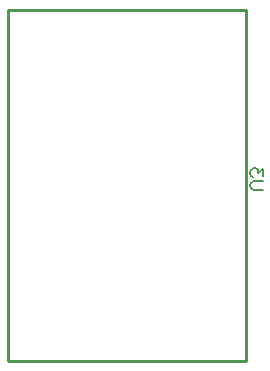
<source format=gbo>
G04 Layer: BottomSilkscreenLayer*
G04 EasyEDA v6.5.5, 2022-07-05 01:29:27*
G04 53968c1b96fc4b8a88d45afed03194a1,2d51f53f3cf64b0da7006fab460d3095,10*
G04 Gerber Generator version 0.2*
G04 Scale: 100 percent, Rotated: No, Reflected: No *
G04 Dimensions in millimeters *
G04 leading zeros omitted , absolute positions ,4 integer and 5 decimal *
%FSLAX45Y45*%
%MOMM*%

%ADD10C,0.2540*%
%ADD29C,0.1524*%

%LPD*%
D29*
X2985515Y3295650D02*
G01*
X2907538Y3295650D01*
X2892043Y3300729D01*
X2881629Y3311144D01*
X2876550Y3326892D01*
X2876550Y3337305D01*
X2881629Y3352800D01*
X2892043Y3363213D01*
X2907538Y3368294D01*
X2985515Y3368294D01*
X2985515Y3412997D02*
G01*
X2985515Y3470147D01*
X2943859Y3439160D01*
X2943859Y3454654D01*
X2938779Y3465068D01*
X2933700Y3470147D01*
X2917952Y3475481D01*
X2907538Y3475481D01*
X2892043Y3470147D01*
X2881629Y3459734D01*
X2876550Y3444239D01*
X2876550Y3428745D01*
X2881629Y3412997D01*
X2886709Y3407918D01*
X2897124Y3402584D01*
D10*
X2844800Y1847850D02*
G01*
X2844800Y4817846D01*
X825500Y4817846D01*
X825500Y1847850D01*
X2844800Y1847850D01*
M02*

</source>
